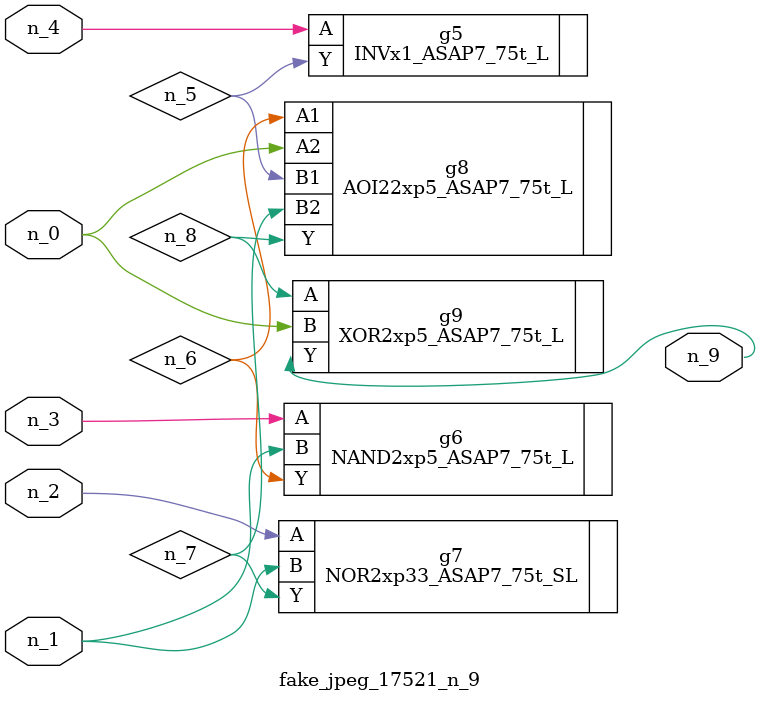
<source format=v>
module fake_jpeg_17521_n_9 (n_3, n_2, n_1, n_0, n_4, n_9);

input n_3;
input n_2;
input n_1;
input n_0;
input n_4;

output n_9;

wire n_8;
wire n_6;
wire n_5;
wire n_7;

INVx1_ASAP7_75t_L g5 ( 
.A(n_4),
.Y(n_5)
);

NAND2xp5_ASAP7_75t_L g6 ( 
.A(n_3),
.B(n_1),
.Y(n_6)
);

NOR2xp33_ASAP7_75t_SL g7 ( 
.A(n_2),
.B(n_1),
.Y(n_7)
);

AOI22xp5_ASAP7_75t_L g8 ( 
.A1(n_6),
.A2(n_0),
.B1(n_5),
.B2(n_7),
.Y(n_8)
);

XOR2xp5_ASAP7_75t_L g9 ( 
.A(n_8),
.B(n_0),
.Y(n_9)
);


endmodule
</source>
